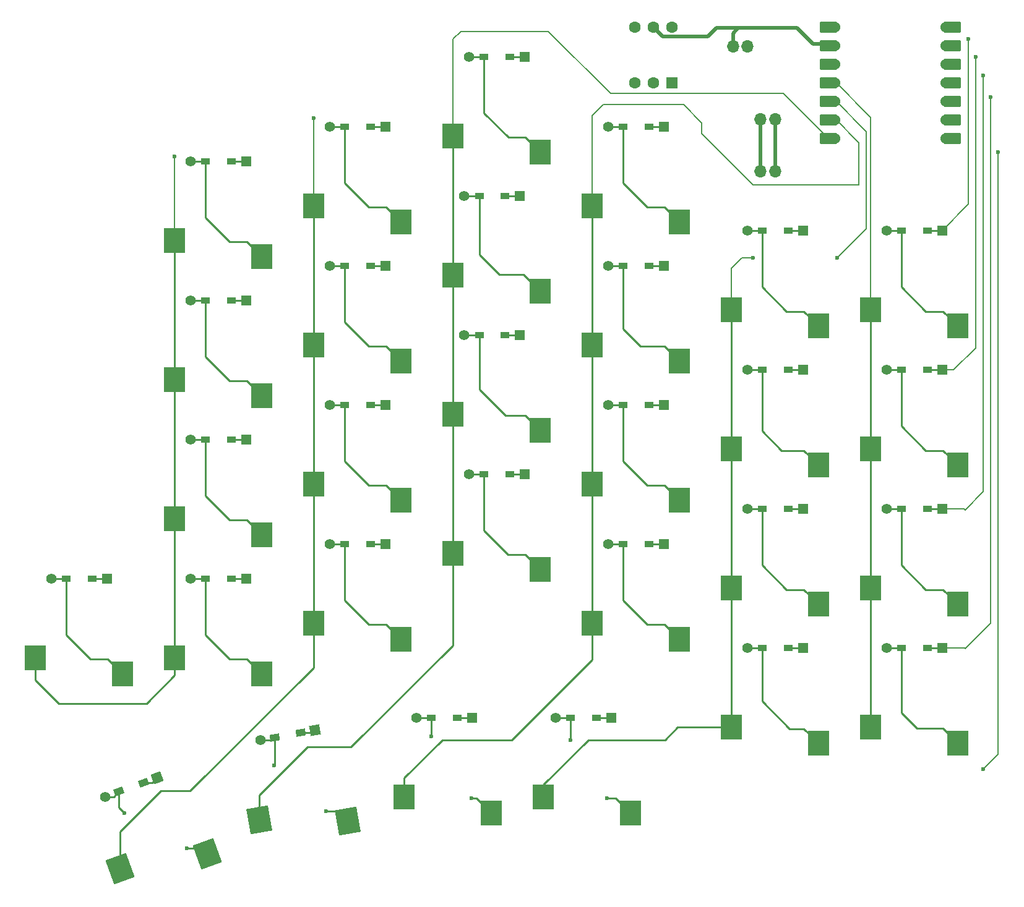
<source format=gbr>
G04 #@! TF.GenerationSoftware,KiCad,Pcbnew,9.0.6*
G04 #@! TF.CreationDate,2025-12-07T22:08:42+09:00*
G04 #@! TF.ProjectId,tarakkie_v1_light,74617261-6b6b-4696-955f-76315f6c6967,rev?*
G04 #@! TF.SameCoordinates,Original*
G04 #@! TF.FileFunction,Copper,L2,Bot*
G04 #@! TF.FilePolarity,Positive*
%FSLAX46Y46*%
G04 Gerber Fmt 4.6, Leading zero omitted, Abs format (unit mm)*
G04 Created by KiCad (PCBNEW 9.0.6) date 2025-12-07 22:08:42*
%MOMM*%
%LPD*%
G01*
G04 APERTURE LIST*
G04 Aperture macros list*
%AMRoundRect*
0 Rectangle with rounded corners*
0 $1 Rounding radius*
0 $2 $3 $4 $5 $6 $7 $8 $9 X,Y pos of 4 corners*
0 Add a 4 corners polygon primitive as box body*
4,1,4,$2,$3,$4,$5,$6,$7,$8,$9,$2,$3,0*
0 Add four circle primitives for the rounded corners*
1,1,$1+$1,$2,$3*
1,1,$1+$1,$4,$5*
1,1,$1+$1,$6,$7*
1,1,$1+$1,$8,$9*
0 Add four rect primitives between the rounded corners*
20,1,$1+$1,$2,$3,$4,$5,0*
20,1,$1+$1,$4,$5,$6,$7,0*
20,1,$1+$1,$6,$7,$8,$9,0*
20,1,$1+$1,$8,$9,$2,$3,0*%
%AMRotRect*
0 Rectangle, with rotation*
0 The origin of the aperture is its center*
0 $1 length*
0 $2 width*
0 $3 Rotation angle, in degrees counterclockwise*
0 Add horizontal line*
21,1,$1,$2,0,0,$3*%
G04 Aperture macros list end*
G04 #@! TA.AperFunction,SMDPad,CuDef*
%ADD10R,3.000000X3.500000*%
G04 #@! TD*
G04 #@! TA.AperFunction,ComponentPad*
%ADD11R,1.397000X1.397000*%
G04 #@! TD*
G04 #@! TA.AperFunction,SMDPad,CuDef*
%ADD12R,1.300000X0.950000*%
G04 #@! TD*
G04 #@! TA.AperFunction,ComponentPad*
%ADD13C,1.397000*%
G04 #@! TD*
G04 #@! TA.AperFunction,ComponentPad*
%ADD14RotRect,1.397000X1.397000X190.000000*%
G04 #@! TD*
G04 #@! TA.AperFunction,SMDPad,CuDef*
%ADD15RotRect,1.300000X0.950000X190.000000*%
G04 #@! TD*
G04 #@! TA.AperFunction,ComponentPad*
%ADD16RotRect,1.397000X1.397000X200.000000*%
G04 #@! TD*
G04 #@! TA.AperFunction,SMDPad,CuDef*
%ADD17RotRect,1.300000X0.950000X200.000000*%
G04 #@! TD*
G04 #@! TA.AperFunction,SMDPad,CuDef*
%ADD18RotRect,3.000000X3.500000X190.000000*%
G04 #@! TD*
G04 #@! TA.AperFunction,SMDPad,CuDef*
%ADD19RotRect,3.000000X3.500000X200.000000*%
G04 #@! TD*
G04 #@! TA.AperFunction,ComponentPad*
%ADD20O,1.700000X1.700000*%
G04 #@! TD*
G04 #@! TA.AperFunction,ComponentPad*
%ADD21C,1.524000*%
G04 #@! TD*
G04 #@! TA.AperFunction,SMDPad,CuDef*
%ADD22RoundRect,0.152400X-1.063600X-0.609600X1.063600X-0.609600X1.063600X0.609600X-1.063600X0.609600X0*%
G04 #@! TD*
G04 #@! TA.AperFunction,SMDPad,CuDef*
%ADD23RoundRect,0.152400X1.063600X0.609600X-1.063600X0.609600X-1.063600X-0.609600X1.063600X-0.609600X0*%
G04 #@! TD*
G04 #@! TA.AperFunction,ComponentPad*
%ADD24RoundRect,0.250000X0.550000X-0.550000X0.550000X0.550000X-0.550000X0.550000X-0.550000X-0.550000X0*%
G04 #@! TD*
G04 #@! TA.AperFunction,ComponentPad*
%ADD25C,1.600000*%
G04 #@! TD*
G04 #@! TA.AperFunction,ViaPad*
%ADD26C,0.600000*%
G04 #@! TD*
G04 #@! TA.AperFunction,Conductor*
%ADD27C,0.250000*%
G04 #@! TD*
G04 #@! TA.AperFunction,Conductor*
%ADD28C,0.200000*%
G04 #@! TD*
G04 #@! TA.AperFunction,Conductor*
%ADD29C,0.500000*%
G04 #@! TD*
G04 APERTURE END LIST*
D10*
X144050000Y-113237500D03*
X155950000Y-115437500D03*
D11*
X96678750Y-107156250D03*
D12*
X94643750Y-107156250D03*
X91093750Y-107156250D03*
D13*
X89058750Y-107156250D03*
D11*
X153828750Y-102393750D03*
D12*
X151793750Y-102393750D03*
X148243750Y-102393750D03*
D13*
X146208750Y-102393750D03*
D10*
X125000000Y-98950000D03*
X136900000Y-101150000D03*
X105950000Y-108475000D03*
X117850000Y-110675000D03*
D11*
X153828750Y-121443750D03*
D12*
X151793750Y-121443750D03*
X148243750Y-121443750D03*
D13*
X146208750Y-121443750D03*
D11*
X96678750Y-88106250D03*
D12*
X94643750Y-88106250D03*
X91093750Y-88106250D03*
D13*
X89058750Y-88106250D03*
D11*
X96678750Y-69056250D03*
D12*
X94643750Y-69056250D03*
X91093750Y-69056250D03*
D13*
X89058750Y-69056250D03*
D11*
X127635000Y-130968750D03*
D12*
X125600000Y-130968750D03*
X122050000Y-130968750D03*
D13*
X120015000Y-130968750D03*
D10*
X86900000Y-118000000D03*
X98800000Y-120200000D03*
D11*
X77628750Y-111918750D03*
D12*
X75593750Y-111918750D03*
X72043750Y-111918750D03*
D13*
X70008750Y-111918750D03*
D11*
X172878750Y-83343750D03*
D12*
X170843750Y-83343750D03*
X167293750Y-83343750D03*
D13*
X165258750Y-83343750D03*
D10*
X48800000Y-122762500D03*
X60700000Y-124962500D03*
X99282500Y-141812500D03*
X111182500Y-144012500D03*
X118332500Y-141812500D03*
X130232500Y-144012500D03*
D11*
X134778750Y-50006250D03*
D12*
X132743750Y-50006250D03*
X129193750Y-50006250D03*
D13*
X127158750Y-50006250D03*
D11*
X172878750Y-64293750D03*
D12*
X170843750Y-64293750D03*
X167293750Y-64293750D03*
D13*
X165258750Y-64293750D03*
D11*
X134778750Y-69056250D03*
D12*
X132743750Y-69056250D03*
X129193750Y-69056250D03*
D13*
X127158750Y-69056250D03*
D10*
X67850000Y-65612500D03*
X79750000Y-67812500D03*
X67850000Y-122762500D03*
X79750000Y-124962500D03*
X86900000Y-98950000D03*
X98800000Y-101150000D03*
D11*
X108585000Y-130968750D03*
D12*
X106550000Y-130968750D03*
X103000000Y-130968750D03*
D13*
X100965000Y-130968750D03*
D14*
X87095870Y-132688400D03*
D15*
X85091784Y-133041774D03*
X81595716Y-133658226D03*
D13*
X79591630Y-134011600D03*
D11*
X134778750Y-88106250D03*
D12*
X132743750Y-88106250D03*
X129193750Y-88106250D03*
D13*
X127158750Y-88106250D03*
D11*
X58578750Y-111918750D03*
D12*
X56543750Y-111918750D03*
X52993750Y-111918750D03*
D13*
X50958750Y-111918750D03*
D11*
X77628750Y-92868750D03*
D12*
X75593750Y-92868750D03*
X72043750Y-92868750D03*
D13*
X70008750Y-92868750D03*
D11*
X77628750Y-54768750D03*
D12*
X75593750Y-54768750D03*
X72043750Y-54768750D03*
D13*
X70008750Y-54768750D03*
D10*
X163100000Y-132287500D03*
X175000000Y-134487500D03*
D11*
X77628750Y-73818750D03*
D12*
X75593750Y-73818750D03*
X72043750Y-73818750D03*
D13*
X70008750Y-73818750D03*
D10*
X144050000Y-94187500D03*
X155950000Y-96387500D03*
X163100000Y-113237500D03*
X175000000Y-115437500D03*
X144050000Y-132287500D03*
X155950000Y-134487500D03*
X105950000Y-70375000D03*
X117850000Y-72575000D03*
D16*
X65492729Y-139190653D03*
D17*
X63580454Y-139886664D03*
X60244546Y-141100836D03*
D13*
X58332271Y-141796847D03*
D10*
X86900000Y-60850000D03*
X98800000Y-63050000D03*
X67850000Y-103712500D03*
X79750000Y-105912500D03*
D11*
X115728750Y-40481251D03*
D12*
X113693750Y-40481251D03*
X110143750Y-40481249D03*
D13*
X108108750Y-40481249D03*
D10*
X105950000Y-51325000D03*
X117850000Y-53525000D03*
D11*
X172878750Y-121443750D03*
D12*
X170843750Y-121443750D03*
X167293750Y-121443750D03*
D13*
X165258750Y-121443750D03*
D11*
X115122500Y-78581250D03*
D12*
X113087500Y-78581250D03*
X109537500Y-78581250D03*
D13*
X107502500Y-78581250D03*
D10*
X144050000Y-75137500D03*
X155950000Y-77337500D03*
X163100000Y-75137500D03*
X175000000Y-77337500D03*
D11*
X96678750Y-50006250D03*
D12*
X94643750Y-50006250D03*
X91093750Y-50006250D03*
D13*
X89058750Y-50006250D03*
D10*
X125000000Y-118000000D03*
X136900000Y-120200000D03*
D11*
X115122500Y-59531250D03*
D12*
X113087500Y-59531250D03*
X109537500Y-59531250D03*
D13*
X107502500Y-59531250D03*
D10*
X125000000Y-79900000D03*
X136900000Y-82100000D03*
D18*
X79419354Y-144993751D03*
X91520592Y-145093915D03*
D11*
X153828750Y-64293750D03*
D12*
X151793750Y-64293750D03*
X148243750Y-64293750D03*
D13*
X146208750Y-64293750D03*
D10*
X163100000Y-94187500D03*
X175000000Y-96387500D03*
X67850000Y-84662500D03*
X79750000Y-86862500D03*
X105950000Y-89425000D03*
X117850000Y-91625000D03*
X125000000Y-60850000D03*
X136900000Y-63050000D03*
D19*
X60419041Y-151632731D03*
X72353828Y-149630015D03*
D10*
X86900000Y-79900000D03*
X98800000Y-82100000D03*
D11*
X115728750Y-97631250D03*
D12*
X113693750Y-97631250D03*
X110143750Y-97631250D03*
D13*
X108108750Y-97631250D03*
D11*
X153828750Y-83343750D03*
D12*
X151793750Y-83343750D03*
X148243750Y-83343750D03*
D13*
X146208750Y-83343750D03*
D11*
X134778750Y-107156250D03*
D12*
X132743750Y-107156250D03*
X129193750Y-107156250D03*
D13*
X127158750Y-107156250D03*
D11*
X172878750Y-102393750D03*
D12*
X170843750Y-102393750D03*
X167293750Y-102393750D03*
D13*
X165258750Y-102393750D03*
D20*
X146256250Y-39060000D03*
X144256250Y-39060000D03*
X150018750Y-56172500D03*
X148018750Y-56172500D03*
D21*
X173400000Y-36380000D03*
D22*
X174235000Y-36380000D03*
D21*
X173400000Y-38920000D03*
D22*
X174235000Y-38920000D03*
D21*
X173400000Y-41460000D03*
D22*
X174235000Y-41460000D03*
D21*
X173400000Y-44000000D03*
D22*
X174235000Y-44000000D03*
D21*
X173400000Y-46540000D03*
D22*
X174235000Y-46540000D03*
D21*
X173400000Y-49080000D03*
D22*
X174235000Y-49080000D03*
D21*
X173400000Y-51620000D03*
D22*
X174235000Y-51620000D03*
D23*
X157325000Y-51620000D03*
D21*
X158160000Y-51620000D03*
D23*
X157325000Y-49080000D03*
D21*
X158160000Y-49080000D03*
D23*
X157325000Y-46540000D03*
D21*
X158160000Y-46540000D03*
D23*
X157325000Y-44000000D03*
D21*
X158160000Y-44000000D03*
D23*
X157325000Y-41460000D03*
D21*
X158160000Y-41460000D03*
D23*
X157325000Y-38920000D03*
D21*
X158160000Y-38920000D03*
D23*
X157325000Y-36380000D03*
D21*
X158160000Y-36380000D03*
D24*
X135890000Y-44060000D03*
D25*
X133350000Y-44060000D03*
X130810000Y-44060000D03*
X130810000Y-36440000D03*
X133350000Y-36440000D03*
X135890000Y-36440000D03*
D20*
X150018750Y-49028750D03*
X148018750Y-49028750D03*
D26*
X176500000Y-38000000D03*
X177500000Y-40500000D03*
X178500000Y-43000000D03*
X179500000Y-46000000D03*
X178500000Y-138000000D03*
X180500000Y-53500000D03*
X67850000Y-54150000D03*
X86900000Y-48900000D03*
X158500000Y-68000000D03*
X147000000Y-68000000D03*
X61000000Y-144000000D03*
X69500000Y-148843186D03*
X81500000Y-137500000D03*
X88573595Y-143735265D03*
X103000000Y-133500000D03*
X108500000Y-142000000D03*
X122000000Y-134000000D03*
X127001965Y-141987545D03*
D27*
X94643750Y-50006250D02*
X96678750Y-50006250D01*
X75593750Y-54768750D02*
X77628750Y-54768750D01*
X132743750Y-50006250D02*
X134778750Y-50006250D01*
D28*
X176500000Y-38000000D02*
X176500000Y-60672500D01*
X176500000Y-60672500D02*
X172878750Y-64293750D01*
D27*
X151793750Y-64293750D02*
X153828750Y-64293750D01*
X113693750Y-40481251D02*
X115728750Y-40481251D01*
X170843750Y-64293750D02*
X172878750Y-64293750D01*
D28*
X177500000Y-80315996D02*
X174472246Y-83343750D01*
D27*
X170843750Y-83343750D02*
X172878750Y-83343750D01*
X113087500Y-59531250D02*
X115122500Y-59531250D01*
X151793750Y-83343750D02*
X153828750Y-83343750D01*
D28*
X177500000Y-40500000D02*
X177500000Y-80315996D01*
X174472246Y-83343750D02*
X172878750Y-83343750D01*
D27*
X132743750Y-69056250D02*
X134778750Y-69056250D01*
X94643750Y-69056250D02*
X96678750Y-69056250D01*
X75593750Y-73818750D02*
X77628750Y-73818750D01*
D28*
X176000000Y-102500000D02*
X175893750Y-102393750D01*
X178500000Y-100000000D02*
X176000000Y-102500000D01*
D27*
X151793750Y-102393750D02*
X153828750Y-102393750D01*
D28*
X178500000Y-43000000D02*
X178500000Y-100000000D01*
D27*
X113087500Y-78581250D02*
X115122500Y-78581250D01*
X94643750Y-88106250D02*
X96678750Y-88106250D01*
X132743750Y-88106250D02*
X134778750Y-88106250D01*
X170843750Y-102393750D02*
X172878750Y-102393750D01*
X75593750Y-92868750D02*
X77628750Y-92868750D01*
D28*
X175893750Y-102393750D02*
X172878750Y-102393750D01*
D27*
X113693750Y-97631250D02*
X115728750Y-97631250D01*
X132743750Y-107156250D02*
X134778750Y-107156250D01*
X75593750Y-111918750D02*
X77628750Y-111918750D01*
X94643750Y-107156250D02*
X96678750Y-107156250D01*
D28*
X175943750Y-121443750D02*
X172878750Y-121443750D01*
X176000000Y-121500000D02*
X175943750Y-121443750D01*
X179500000Y-46000000D02*
X179500000Y-118000000D01*
D27*
X151793750Y-121443750D02*
X153828750Y-121443750D01*
D28*
X179500000Y-118000000D02*
X176000000Y-121500000D01*
D27*
X170843750Y-121443750D02*
X172878750Y-121443750D01*
X86742494Y-133041774D02*
X87095868Y-132688400D01*
D28*
X180500000Y-136000000D02*
X178500000Y-138000000D01*
D27*
X106550000Y-130968750D02*
X108585000Y-130968750D01*
X63580454Y-139886664D02*
X64796718Y-139886664D01*
X64796718Y-139886664D02*
X65492729Y-139190653D01*
X56543750Y-111918750D02*
X58578750Y-111918750D01*
D28*
X180500000Y-53500000D02*
X180500000Y-136000000D01*
D27*
X125600000Y-130968750D02*
X127635000Y-130968750D01*
X85091784Y-133041774D02*
X86742494Y-133041774D01*
D29*
X142000000Y-36500000D02*
X145000000Y-36500000D01*
X144256250Y-37243750D02*
X144256250Y-39060000D01*
X153000000Y-36500000D02*
X145000000Y-36500000D01*
X140809000Y-37691000D02*
X142000000Y-36500000D01*
X155238500Y-38738500D02*
X153000000Y-36500000D01*
X158160000Y-38738500D02*
X155238500Y-38738500D01*
X133350000Y-36440000D02*
X134601000Y-37691000D01*
X134601000Y-37691000D02*
X140809000Y-37691000D01*
X145000000Y-36500000D02*
X144256250Y-37243750D01*
D27*
X52000000Y-129000000D02*
X48800000Y-125800000D01*
D28*
X67850000Y-54150000D02*
X67850000Y-65612500D01*
D27*
X48800000Y-125800000D02*
X48800000Y-122762500D01*
X67850000Y-125150000D02*
X64000000Y-129000000D01*
X64000000Y-129000000D02*
X52000000Y-129000000D01*
X67850000Y-65612500D02*
X67850000Y-122762500D01*
X67850000Y-122762500D02*
X67850000Y-125150000D01*
X86900000Y-118000000D02*
X86900000Y-124100000D01*
X86900000Y-60850000D02*
X86900000Y-118000000D01*
X65993669Y-141006331D02*
X60419041Y-146580959D01*
D28*
X86900000Y-48900000D02*
X86900000Y-60850000D01*
D27*
X69993669Y-141006331D02*
X65993669Y-141006331D01*
X60419041Y-146580959D02*
X60419041Y-151632731D01*
X86900000Y-124100000D02*
X69993669Y-141006331D01*
X105950000Y-121050000D02*
X92000000Y-135000000D01*
D28*
X127500000Y-45500000D02*
X119000000Y-37000000D01*
D27*
X79419354Y-141580646D02*
X79419354Y-144993751D01*
X105950000Y-51325000D02*
X105950000Y-108475000D01*
D28*
X105950000Y-38050000D02*
X105950000Y-51325000D01*
X119000000Y-37000000D02*
X107000000Y-37000000D01*
D27*
X92000000Y-135000000D02*
X86000000Y-135000000D01*
X86000000Y-135000000D02*
X79419354Y-141580646D01*
D28*
X151143870Y-45500000D02*
X127500000Y-45500000D01*
X157082370Y-51438500D02*
X151143870Y-45500000D01*
D27*
X105950000Y-108475000D02*
X105950000Y-121050000D01*
D28*
X107000000Y-37000000D02*
X105950000Y-38050000D01*
X158160000Y-51438500D02*
X157082370Y-51438500D01*
D27*
X99282500Y-139217500D02*
X99282500Y-141812500D01*
X125000000Y-118000000D02*
X125000000Y-123000000D01*
D28*
X140000000Y-49500000D02*
X137500000Y-47000000D01*
D27*
X125000000Y-60850000D02*
X125000000Y-118000000D01*
X114000000Y-134000000D02*
X104500000Y-134000000D01*
D28*
X158160000Y-48898500D02*
X161500000Y-52238500D01*
X126500000Y-47000000D02*
X125000000Y-48500000D01*
D27*
X125000000Y-123000000D02*
X114000000Y-134000000D01*
D28*
X161500000Y-58000000D02*
X147000000Y-58000000D01*
X161500000Y-52238500D02*
X161500000Y-58000000D01*
X137500000Y-47000000D02*
X126500000Y-47000000D01*
X147000000Y-58000000D02*
X140000000Y-51000000D01*
X125000000Y-48500000D02*
X125000000Y-60850000D01*
D27*
X104500000Y-134000000D02*
X99282500Y-139217500D01*
D28*
X140000000Y-51000000D02*
X140000000Y-49500000D01*
D27*
X118332500Y-140167500D02*
X118332500Y-141812500D01*
X119500000Y-140645000D02*
X118332500Y-141812500D01*
X144050000Y-75137500D02*
X144050000Y-132287500D01*
X136712500Y-132287500D02*
X135000000Y-134000000D01*
D28*
X162500000Y-50698500D02*
X162500000Y-64000000D01*
D27*
X124500000Y-134000000D02*
X118332500Y-140167500D01*
X144050000Y-132287500D02*
X136712500Y-132287500D01*
D28*
X144050000Y-69450000D02*
X144050000Y-75137500D01*
X158160000Y-46358500D02*
X162500000Y-50698500D01*
X162500000Y-64000000D02*
X158500000Y-68000000D01*
X145500000Y-68000000D02*
X144050000Y-69450000D01*
X147000000Y-68000000D02*
X145500000Y-68000000D01*
D27*
X135000000Y-134000000D02*
X124500000Y-134000000D01*
X163100000Y-75137500D02*
X163100000Y-132287500D01*
D28*
X158160000Y-43818500D02*
X163100000Y-48758500D01*
X163100000Y-48758500D02*
X163100000Y-75137500D01*
D29*
X150018750Y-49028750D02*
X150018750Y-56172500D01*
X148018750Y-49028750D02*
X148018750Y-56172500D01*
D27*
X70008750Y-54768750D02*
X72043750Y-54768750D01*
X72043750Y-54768750D02*
X72043750Y-62484091D01*
X77749000Y-65811500D02*
X79750000Y-67812500D01*
X72043750Y-62484091D02*
X75371159Y-65811500D01*
X75371159Y-65811500D02*
X77749000Y-65811500D01*
X72043750Y-81534091D02*
X75371159Y-84861500D01*
X72043750Y-73818750D02*
X72043750Y-81534091D01*
X75371159Y-84861500D02*
X77749000Y-84861500D01*
X77749000Y-84861500D02*
X79750000Y-86862500D01*
X70008750Y-73818750D02*
X72043750Y-73818750D01*
X77749000Y-103911500D02*
X79750000Y-105912500D01*
X72043750Y-92868750D02*
X72043750Y-100584091D01*
X75371159Y-103911500D02*
X77749000Y-103911500D01*
X70008750Y-92868750D02*
X72043750Y-92868750D01*
X72043750Y-100584091D02*
X75371159Y-103911500D01*
X72043750Y-119634091D02*
X75371159Y-122961500D01*
X70008750Y-111918750D02*
X72043750Y-111918750D01*
X72043750Y-111918750D02*
X72043750Y-119634091D01*
X77749000Y-122961500D02*
X79750000Y-124962500D01*
X75371159Y-122961500D02*
X77749000Y-122961500D01*
X50958750Y-111918750D02*
X52993750Y-111918750D01*
X56321159Y-122961500D02*
X58699000Y-122961500D01*
X52993750Y-119634091D02*
X56321159Y-122961500D01*
X52993750Y-111918750D02*
X52993750Y-119634091D01*
X58699000Y-122961500D02*
X60700000Y-124962500D01*
X91093750Y-50006250D02*
X91093750Y-57721591D01*
X91093750Y-57721591D02*
X94421159Y-61049000D01*
X94421159Y-61049000D02*
X96799000Y-61049000D01*
X89058750Y-50006250D02*
X91093750Y-50006250D01*
X96799000Y-61049000D02*
X98800000Y-63050000D01*
X91093750Y-76771591D02*
X94421159Y-80099000D01*
X91093750Y-69056250D02*
X91093750Y-76771591D01*
X94421159Y-80099000D02*
X96799000Y-80099000D01*
X96799000Y-80099000D02*
X98800000Y-82100000D01*
X89058750Y-69056250D02*
X91093750Y-69056250D01*
X94421159Y-99149000D02*
X96799000Y-99149000D01*
X91093750Y-95821591D02*
X94421159Y-99149000D01*
X96799000Y-99149000D02*
X98800000Y-101150000D01*
X89058750Y-88106250D02*
X91093750Y-88106250D01*
X91093750Y-88106250D02*
X91093750Y-95821591D01*
X96799000Y-118199000D02*
X98800000Y-120200000D01*
X94421159Y-118199000D02*
X96799000Y-118199000D01*
X91093750Y-114871591D02*
X94421159Y-118199000D01*
X91093750Y-107156250D02*
X91093750Y-114871591D01*
X89058750Y-107156250D02*
X91093750Y-107156250D01*
X60244546Y-143244546D02*
X61000000Y-144000000D01*
X69500000Y-148843186D02*
X71566999Y-148843186D01*
X71566999Y-148843186D02*
X72353828Y-149630015D01*
X60244546Y-141100836D02*
X60244546Y-143244546D01*
X58332271Y-141796847D02*
X59548535Y-141796847D01*
X59548535Y-141796847D02*
X60244546Y-141100836D01*
X108108750Y-40481249D02*
X110143750Y-40481249D01*
X113524000Y-51524000D02*
X115849000Y-51524000D01*
X115849000Y-51524000D02*
X117850000Y-53525000D01*
X110143750Y-48143750D02*
X113524000Y-51524000D01*
X110143750Y-40481249D02*
X110143750Y-48143750D01*
X109537500Y-59531250D02*
X109537500Y-67537500D01*
X109537500Y-67537500D02*
X112299000Y-70299000D01*
X107502500Y-59531250D02*
X109537500Y-59531250D01*
X112299000Y-70299000D02*
X115574000Y-70299000D01*
X115574000Y-70299000D02*
X117850000Y-72575000D01*
X109537500Y-86037501D02*
X113123999Y-89624000D01*
X107502500Y-78581250D02*
X109537500Y-78581250D01*
X109537500Y-78581250D02*
X109537500Y-86037501D01*
X115849000Y-89624000D02*
X117850000Y-91625000D01*
X113123999Y-89624000D02*
X115849000Y-89624000D01*
X108108750Y-97631250D02*
X110143750Y-97631250D01*
X113471159Y-108674000D02*
X115849000Y-108674000D01*
X110143750Y-97631250D02*
X110143750Y-105346591D01*
X110143750Y-105346591D02*
X113471159Y-108674000D01*
X115849000Y-108674000D02*
X117850000Y-110675000D01*
X88573595Y-143735265D02*
X90161942Y-143735265D01*
X81595716Y-133658226D02*
X81595716Y-137404284D01*
X90161942Y-143735265D02*
X91520592Y-145093915D01*
X79591632Y-134011600D02*
X81242342Y-134011600D01*
X81242342Y-134011600D02*
X81595716Y-133658226D01*
X81595716Y-137404284D02*
X81500000Y-137500000D01*
X129193750Y-50006250D02*
X129193750Y-57721591D01*
X127158750Y-50006250D02*
X129193750Y-50006250D01*
X134899000Y-61049000D02*
X136900000Y-63050000D01*
X132521159Y-61049000D02*
X134899000Y-61049000D01*
X129193750Y-57721591D02*
X132521159Y-61049000D01*
X129193750Y-77693750D02*
X131599000Y-80099000D01*
X129193750Y-69056250D02*
X129193750Y-77693750D01*
X134899000Y-80099000D02*
X136900000Y-82100000D01*
X131599000Y-80099000D02*
X134899000Y-80099000D01*
X127158750Y-69056250D02*
X129193750Y-69056250D01*
X134899000Y-99149000D02*
X136900000Y-101150000D01*
X129193750Y-95821591D02*
X132521159Y-99149000D01*
X127158750Y-88106250D02*
X129193750Y-88106250D01*
X132521159Y-99149000D02*
X134899000Y-99149000D01*
X129193750Y-88106250D02*
X129193750Y-95821591D01*
X132521159Y-118199000D02*
X134899000Y-118199000D01*
X127158750Y-107156250D02*
X129193750Y-107156250D01*
X129193750Y-114871591D02*
X132521159Y-118199000D01*
X134899000Y-118199000D02*
X136900000Y-120200000D01*
X129193750Y-107156250D02*
X129193750Y-114871591D01*
X100965000Y-130968750D02*
X103000000Y-130968750D01*
X109170000Y-142000000D02*
X111182500Y-144012500D01*
X108500000Y-142000000D02*
X109170000Y-142000000D01*
X103000000Y-130968750D02*
X103000000Y-133500000D01*
X148243750Y-72009091D02*
X151571159Y-75336500D01*
X146208750Y-64293750D02*
X148243750Y-64293750D01*
X153949000Y-75336500D02*
X155950000Y-77337500D01*
X148243750Y-64293750D02*
X148243750Y-72009091D01*
X151571159Y-75336500D02*
X153949000Y-75336500D01*
X148243750Y-91743750D02*
X150886500Y-94386500D01*
X150886500Y-94386500D02*
X153949000Y-94386500D01*
X146208750Y-83343750D02*
X148243750Y-83343750D01*
X148243750Y-83343750D02*
X148243750Y-91743750D01*
X153949000Y-94386500D02*
X155950000Y-96387500D01*
X148243750Y-110109091D02*
X151571159Y-113436500D01*
X146208750Y-102393750D02*
X148243750Y-102393750D01*
X148243750Y-102393750D02*
X148243750Y-110109091D01*
X153949000Y-113436500D02*
X155950000Y-115437500D01*
X151571159Y-113436500D02*
X153949000Y-113436500D01*
X148243750Y-128743750D02*
X151986500Y-132486500D01*
X148243750Y-121443750D02*
X148243750Y-128743750D01*
X151986500Y-132486500D02*
X153949000Y-132486500D01*
X153949000Y-132486500D02*
X155950000Y-134487500D01*
X146208750Y-121443750D02*
X148243750Y-121443750D01*
X127001965Y-141987545D02*
X128207545Y-141987545D01*
X122050000Y-133950000D02*
X122000000Y-134000000D01*
X128207545Y-141987545D02*
X130232500Y-144012500D01*
X120015000Y-130968750D02*
X122050000Y-130968750D01*
X122050000Y-130968750D02*
X122050000Y-133950000D01*
X165258750Y-64293750D02*
X167293750Y-64293750D01*
X167293750Y-72009091D02*
X170621159Y-75336500D01*
X172999000Y-75336500D02*
X175000000Y-77337500D01*
X170621159Y-75336500D02*
X172999000Y-75336500D01*
X167293750Y-64293750D02*
X167293750Y-72009091D01*
X170621159Y-94386500D02*
X172999000Y-94386500D01*
X172999000Y-94386500D02*
X175000000Y-96387500D01*
X167293750Y-91059091D02*
X170621159Y-94386500D01*
X165258750Y-83343750D02*
X167293750Y-83343750D01*
X167293750Y-83343750D02*
X167293750Y-91059091D01*
X172999000Y-113436500D02*
X175000000Y-115437500D01*
X167293750Y-110109091D02*
X170621159Y-113436500D01*
X165258750Y-102393750D02*
X167293750Y-102393750D01*
X167293750Y-102393750D02*
X167293750Y-110109091D01*
X170621159Y-113436500D02*
X172999000Y-113436500D01*
X172969159Y-132456659D02*
X175000000Y-134487500D01*
X167293750Y-130301409D02*
X169449000Y-132456659D01*
X169449000Y-132456659D02*
X172969159Y-132456659D01*
X167293750Y-121443750D02*
X167293750Y-130301409D01*
X165258750Y-121443750D02*
X167293750Y-121443750D01*
M02*

</source>
